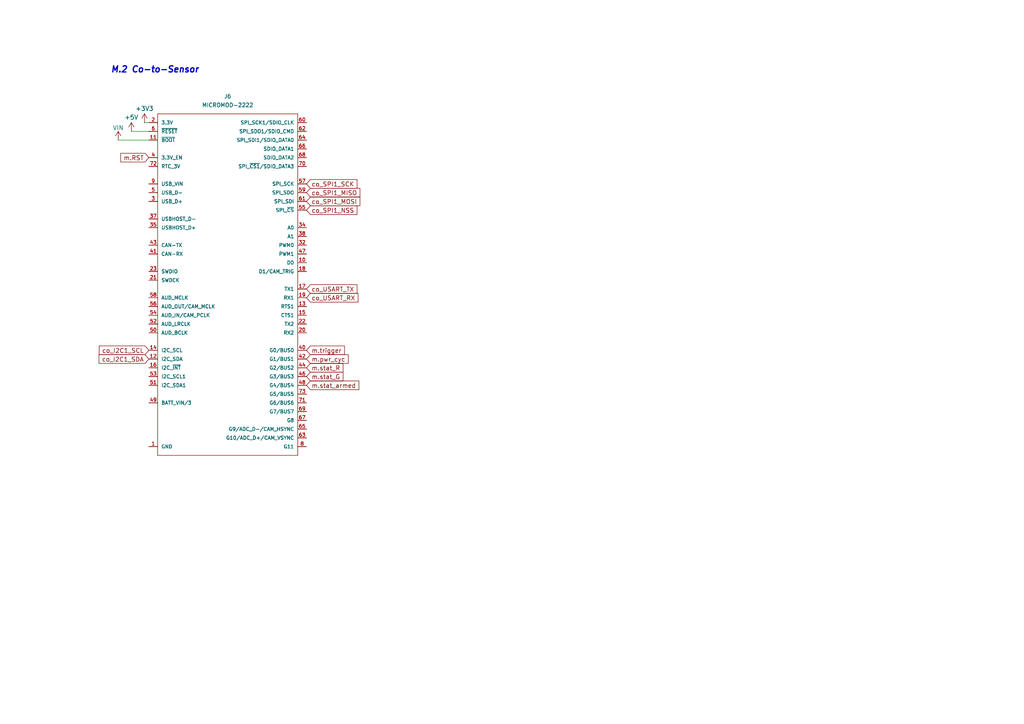
<source format=kicad_sch>
(kicad_sch (version 20231120) (generator "eeschema") (generator_version "8.0")
  (paper "A4")
  (lib_symbols
    (symbol "SparkFun-MicroMod:MICROMOD-2222" (pin_names (offset 1.016))
      (property "Reference" "J" (at -20.32 53.848 0))
      (property "Value" "MICROMOD-2222" (at -20.32 -48.26 0))
      (symbol "MICROMOD-2222_1_0"
        (polyline (pts (xy -20.32 -45.72) (xy -20.32 53.34)))
        (polyline (pts (xy -20.32 53.34) (xy 20.32 53.34)))
        (polyline (pts (xy 20.32 -45.72) (xy -20.32 -45.72)))
        (polyline (pts (xy 20.32 53.34) (xy 20.32 -45.72)))
      )
      (symbol "MICROMOD-2222_1_1"
        (pin bidirectional line (at -22.86 -43.18 0) (length 2.54) (name "GND") (number "1"))
        (pin bidirectional line (at 22.86 10.16 180) (length 2.54) (name "D0") (number "10"))
        (pin bidirectional line (at -22.86 45.72 0) (length 2.54) (name "~{BOOT}") (number "11"))
        (pin bidirectional line (at -22.86 -17.78 0) (length 2.54) (name "I2C_SDA") (number "12"))
        (pin bidirectional line (at 22.86 -2.54 180) (length 2.54) (name "RTS1") (number "13"))
        (pin bidirectional line (at -22.86 -15.24 0) (length 2.54) (name "I2C_SCL") (number "14"))
        (pin bidirectional line (at 22.86 -5.08 180) (length 2.54) (name "CTS1") (number "15"))
        (pin bidirectional line (at -22.86 -20.32 0) (length 2.54) (name "I2C_~{INT}") (number "16"))
        (pin bidirectional line (at 22.86 2.54 180) (length 2.54) (name "TX1") (number "17"))
        (pin bidirectional line (at 22.86 7.62 180) (length 2.54) (name "D1/CAM_TRIG") (number "18"))
        (pin bidirectional line (at 22.86 0 180) (length 2.54) (name "RX1") (number "19"))
        (pin bidirectional line (at -22.86 50.8 0) (length 2.54) (name "3.3V") (number "2"))
        (pin bidirectional line (at 22.86 -10.16 180) (length 2.54) (name "RX2") (number "20"))
        (pin bidirectional line (at -22.86 5.08 0) (length 2.54) (name "SWDCK") (number "21"))
        (pin bidirectional line (at 22.86 -7.62 180) (length 2.54) (name "TX2") (number "22"))
        (pin bidirectional line (at -22.86 7.62 0) (length 2.54) (name "SWDIO") (number "23"))
        (pin bidirectional line (at -22.86 27.94 0) (length 2.54) (name "USB_D+") (number "3"))
        (pin bidirectional line (at 22.86 15.24 180) (length 2.54) (name "PWM0") (number "32"))
        (pin bidirectional line (at -22.86 -43.18 0) (length 2.54) hide (name "GND") (number "33"))
        (pin bidirectional line (at 22.86 20.32 180) (length 2.54) (name "A0") (number "34"))
        (pin bidirectional line (at -22.86 20.32 0) (length 2.54) (name "USBHOST_D+") (number "35"))
        (pin bidirectional line (at -22.86 -43.18 0) (length 2.54) hide (name "GND") (number "36"))
        (pin bidirectional line (at -22.86 22.86 0) (length 2.54) (name "USBHOST_D-") (number "37"))
        (pin bidirectional line (at 22.86 17.78 180) (length 2.54) (name "A1") (number "38"))
        (pin bidirectional line (at -22.86 -43.18 0) (length 2.54) hide (name "GND") (number "39"))
        (pin bidirectional line (at -22.86 40.64 0) (length 2.54) (name "3.3V_EN") (number "4"))
        (pin bidirectional line (at 22.86 -15.24 180) (length 2.54) (name "G0/BUS0") (number "40"))
        (pin bidirectional line (at -22.86 12.7 0) (length 2.54) (name "CAN-RX") (number "41"))
        (pin bidirectional line (at 22.86 -17.78 180) (length 2.54) (name "G1/BUS1") (number "42"))
        (pin bidirectional line (at -22.86 15.24 0) (length 2.54) (name "CAN-TX") (number "43"))
        (pin bidirectional line (at 22.86 -20.32 180) (length 2.54) (name "G2/BUS2") (number "44"))
        (pin bidirectional line (at -22.86 -43.18 0) (length 2.54) hide (name "GND") (number "45"))
        (pin bidirectional line (at 22.86 -22.86 180) (length 2.54) (name "G3/BUS3") (number "46"))
        (pin bidirectional line (at 22.86 12.7 180) (length 2.54) (name "PWM1") (number "47"))
        (pin bidirectional line (at 22.86 -25.4 180) (length 2.54) (name "G4/BUS4") (number "48"))
        (pin bidirectional line (at -22.86 -30.48 0) (length 2.54) (name "BATT_VIN/3") (number "49"))
        (pin bidirectional line (at -22.86 30.48 0) (length 2.54) (name "USB_D-") (number "5"))
        (pin bidirectional line (at -22.86 -10.16 0) (length 2.54) (name "AUD_BCLK") (number "50"))
        (pin bidirectional line (at -22.86 -25.4 0) (length 2.54) (name "I2C_SDA1") (number "51"))
        (pin bidirectional line (at -22.86 -7.62 0) (length 2.54) (name "AUD_LRCLK") (number "52"))
        (pin bidirectional line (at -22.86 -22.86 0) (length 2.54) (name "I2C_SCL1") (number "53"))
        (pin bidirectional line (at -22.86 -5.08 0) (length 2.54) (name "AUD_IN/CAM_PCLK") (number "54"))
        (pin bidirectional line (at 22.86 25.4 180) (length 2.54) (name "SPI_~{CS}") (number "55"))
        (pin bidirectional line (at -22.86 -2.54 0) (length 2.54) (name "AUD_OUT/CAM_MCLK") (number "56"))
        (pin bidirectional line (at 22.86 33.02 180) (length 2.54) (name "SPI_SCK") (number "57"))
        (pin bidirectional line (at -22.86 0 0) (length 2.54) (name "AUD_MCLK") (number "58"))
        (pin bidirectional line (at 22.86 30.48 180) (length 2.54) (name "SPI_SDO") (number "59"))
        (pin bidirectional line (at -22.86 48.26 0) (length 2.54) (name "~{RESET}") (number "6"))
        (pin bidirectional line (at 22.86 50.8 180) (length 2.54) (name "SPI_SCK1/SDIO_CLK") (number "60"))
        (pin bidirectional line (at 22.86 27.94 180) (length 2.54) (name "SPI_SDI") (number "61"))
        (pin bidirectional line (at 22.86 48.26 180) (length 2.54) (name "SPI_SDO1/SDIO_CMD") (number "62"))
        (pin bidirectional line (at 22.86 -40.64 180) (length 2.54) (name "G10/ADC_D+/CAM_VSYNC") (number "63"))
        (pin bidirectional line (at 22.86 45.72 180) (length 2.54) (name "SPI_SDI1/SDIO_DATA0") (number "64"))
        (pin bidirectional line (at 22.86 -38.1 180) (length 2.54) (name "G9/ADC_D-/CAM_HSYNC") (number "65"))
        (pin bidirectional line (at 22.86 43.18 180) (length 2.54) (name "SDIO_DATA1") (number "66"))
        (pin bidirectional line (at 22.86 -35.56 180) (length 2.54) (name "G8") (number "67"))
        (pin bidirectional line (at 22.86 40.64 180) (length 2.54) (name "SDIO_DATA2") (number "68"))
        (pin bidirectional line (at 22.86 -33.02 180) (length 2.54) (name "G7/BUS7") (number "69"))
        (pin bidirectional line (at -22.86 -43.18 0) (length 2.54) hide (name "GND") (number "7"))
        (pin bidirectional line (at 22.86 38.1 180) (length 2.54) (name "SPI_~{CS1}/SDIO_DATA3") (number "70"))
        (pin bidirectional line (at 22.86 -30.48 180) (length 2.54) (name "G6/BUS6") (number "71"))
        (pin bidirectional line (at -22.86 38.1 0) (length 2.54) (name "RTC_3V") (number "72"))
        (pin bidirectional line (at 22.86 -27.94 180) (length 2.54) (name "G5/BUS5") (number "73"))
        (pin bidirectional line (at -22.86 50.8 0) (length 2.54) hide (name "3.3V") (number "74"))
        (pin bidirectional line (at -22.86 -43.18 0) (length 2.54) hide (name "GND") (number "75"))
        (pin bidirectional line (at 22.86 -43.18 180) (length 2.54) (name "G11") (number "8"))
        (pin bidirectional line (at -22.86 33.02 0) (length 2.54) (name "USB_VIN") (number "9"))
        (pin bidirectional line (at -22.86 -43.18 0) (length 2.54) hide (name "GND") (number "GND1"))
        (pin bidirectional line (at -22.86 -43.18 0) (length 2.54) hide (name "GND") (number "GND2"))
        (pin bidirectional line (at -22.86 -43.18 0) (length 2.54) hide (name "GND") (number "GND3"))
      )
    )
    (symbol "power:+3V3" (power) (pin_numbers hide) (pin_names (offset 0) hide)
      (property "Value" "+3V3" (at 0 3.556 0))
      (symbol "+3V3_0_1"
        (polyline (pts (xy -0.762 1.27) (xy 0 2.54)))
        (polyline (pts (xy 0 0) (xy 0 2.54)))
        (polyline (pts (xy 0 2.54) (xy 0.762 1.27)))
      )
      (symbol "+3V3_1_1"
        (pin power_in line (at 0 0 90) (length 0) (name "~") (number "1"))
      )
    )
  )
  (wire (pts (xy 41.91 35.56) (xy 43.18 35.56)))
  (wire (pts (xy 38.1 38.1) (xy 43.18 38.1)))
  (wire (pts (xy 34.29 40.64) (xy 43.18 40.64)))
  (text "M.2 Co-to-Sensor\n" (at 44.958 20.32 0) (effects (font (size 1.778 1.778) (thickness 0.3556) (bold yes) (italic yes))))
  (global_label "m.trigger" (shape input) (at 88.9 101.6 0) (property "Intersheetrefs" "${INTERSHEET_REFS}" (effects (hide yes))))
  (global_label "m.pwr_cyc" (shape input) (at 88.9 104.14 0) (property "Intersheetrefs" "${INTERSHEET_REFS}" (effects (hide yes))))
  (global_label "co_SPI1_SCK" (shape input) (at 88.9 53.34 0) (effects (font (thickness 0.1588))) (property "Intersheetrefs" "${INTERSHEET_REFS}" (effects (hide yes))))
  (global_label "co_SPI1_NSS" (shape input) (at 88.9 60.96 0) (effects (font (thickness 0.1588))) (property "Intersheetrefs" "${INTERSHEET_REFS}" (effects (hide yes))))
  (global_label "co_USART_TX" (shape input) (at 88.9 83.82 0) (property "Intersheetrefs" "${INTERSHEET_REFS}" (effects (hide yes))))
  (global_label "co_I2C1_SDA" (shape input) (at 43.18 104.14 180) (property "Intersheetrefs" "${INTERSHEET_REFS}" (effects (hide yes))))
  (global_label "m.stat_R" (shape input) (at 88.9 106.68 0) (property "Intersheetrefs" "${INTERSHEET_REFS}" (effects (hide yes))))
  (global_label "m.stat_G" (shape input) (at 88.9 109.22 0) (property "Intersheetrefs" "${INTERSHEET_REFS}" (effects (hide yes))))
  (global_label "co_I2C1_SCL" (shape input) (at 43.18 101.6 180) (property "Intersheetrefs" "${INTERSHEET_REFS}" (effects (hide yes))))
  (global_label "m.stat_armed" (shape input) (at 88.9 111.76 0) (property "Intersheetrefs" "${INTERSHEET_REFS}" (effects (hide yes))))
  (global_label "co_USART_RX" (shape input) (at 88.9 86.36 0) (property "Intersheetrefs" "${INTERSHEET_REFS}" (effects (hide yes))))
  (global_label "co_SPI1_MOSI" (shape input) (at 88.9 58.42 0) (property "Intersheetrefs" "${INTERSHEET_REFS}" (effects (hide yes))))
  (global_label "co_SPI1_MISO" (shape input) (at 88.9 55.88 0) (property "Intersheetrefs" "${INTERSHEET_REFS}" (effects (hide yes))))
  (global_label "m.RST" (shape input) (at 43.18 45.72 180) (property "Intersheetrefs" "${INTERSHEET_REFS}" (effects (hide yes))))
  (symbol (lib_id "power:+3V3") (at 38.1 38.1 0) (unit 1)
    (property "Reference" "#PWR050" (effects (hide yes)))
    (property "Value" "+5V" (at 38.1 34.036 0))
    (property "Description" "Power symbol creates a global label with name \"+3V3\"" (effects (hide yes)))
  )
  (symbol (lib_id "power:+3V3") (at 41.91 35.56 0) (unit 1)
    (property "Reference" "#PWR051" (effects (hide yes)))
    (property "Value" "+3V3" (at 41.91 31.496 0))
    (property "Description" "Power symbol creates a global label with name \"+3V3\"" (effects (hide yes)))
  )
  (symbol (lib_id "power:+3V3") (at 34.29 40.64 0) (unit 1)
    (property "Reference" "#PWR045" (effects (hide yes)))
    (property "Value" "VIN" (at 34.29 37.084 0))
    (property "Description" "Power symbol creates a global label with name \"+3V3\"" (effects (hide yes)))
  )
  (symbol (lib_id "SparkFun-MicroMod:MICROMOD-2222") (at 66.04 86.36 0) (unit 1)
    (property "Reference" "J6" (at 66.04 27.94 0) (effects (font (size 1.143 1.143))))
    (property "Value" "MICROMOD-2222" (at 66.04 30.48 0) (effects (font (size 1.143 1.143))))
    (property "Footprint" "SparkFun-MicroMod_M.2-CARD-E-22" (effects (hide yes)))
  )
)
</source>
